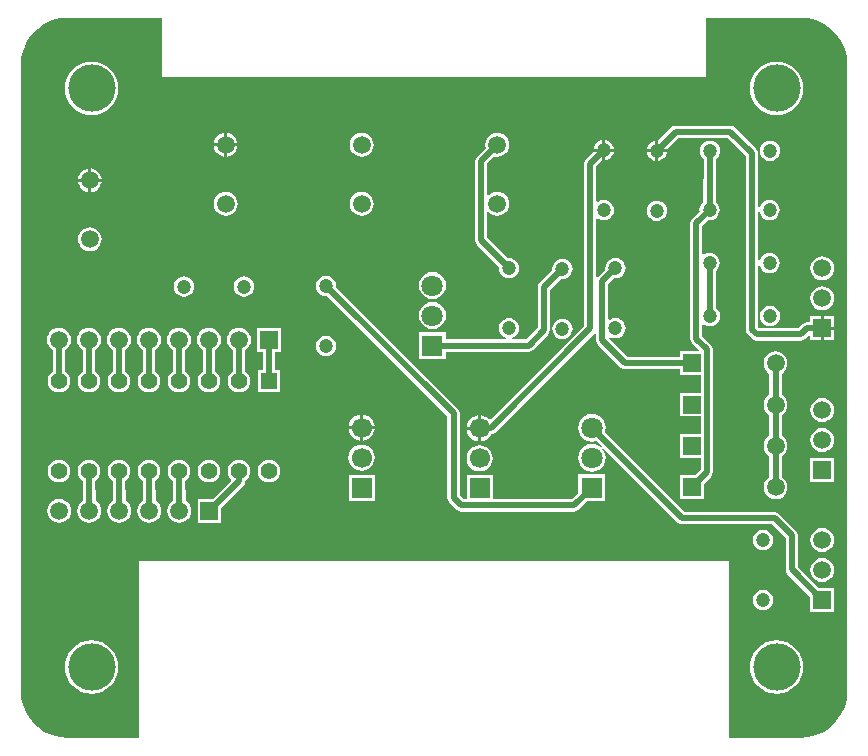
<source format=gtl>
G04*
G04 #@! TF.GenerationSoftware,Altium Limited,Altium Designer,20.2.6 (244)*
G04*
G04 Layer_Physical_Order=1*
G04 Layer_Color=255*
%FSLAX25Y25*%
%MOIN*%
G70*
G04*
G04 #@! TF.SameCoordinates,D736F6B9-9090-4B46-9E75-5C41576542F1*
G04*
G04*
G04 #@! TF.FilePolarity,Positive*
G04*
G01*
G75*
%ADD28C,0.02000*%
%ADD29R,0.07087X0.07087*%
%ADD30C,0.07087*%
%ADD31C,0.05906*%
%ADD32C,0.06693*%
%ADD33R,0.06693X0.06693*%
%ADD34C,0.04724*%
%ADD35R,0.05906X0.05906*%
%ADD36R,0.05906X0.05906*%
%ADD37R,0.05512X0.05512*%
%ADD38C,0.05512*%
%ADD39C,0.15748*%
G36*
X503282Y402418D02*
X505933Y401708D01*
X508421Y400548D01*
X510670Y398973D01*
X512611Y397032D01*
X514185Y394783D01*
X515345Y392296D01*
X516056Y389644D01*
X516295Y386909D01*
Y178248D01*
X516056Y175513D01*
X515345Y172862D01*
X514185Y170374D01*
X512611Y168125D01*
X510670Y166184D01*
X508421Y164610D01*
X505933Y163450D01*
X503282Y162739D01*
X500547Y162500D01*
X476925D01*
Y221555D01*
X280075D01*
Y162500D01*
X256453D01*
X253718Y162739D01*
X251067Y163450D01*
X248579Y164610D01*
X246330Y166184D01*
X244389Y168125D01*
X242814Y170374D01*
X241654Y172862D01*
X240944Y175513D01*
X240705Y178248D01*
Y386909D01*
X240944Y389644D01*
X241654Y392296D01*
X242814Y394783D01*
X244389Y397032D01*
X246330Y398973D01*
X248579Y400548D01*
X251067Y401708D01*
X253718Y402418D01*
X256453Y402657D01*
X287949D01*
Y382972D01*
X469051D01*
Y402657D01*
X500547D01*
X503282Y402418D01*
D02*
G37*
%LPC*%
G36*
X492673Y387952D02*
X490934Y387781D01*
X489261Y387274D01*
X487719Y386450D01*
X486368Y385341D01*
X485259Y383989D01*
X484435Y382448D01*
X483928Y380775D01*
X483756Y379035D01*
X483928Y377296D01*
X484435Y375623D01*
X485259Y374081D01*
X486368Y372730D01*
X487719Y371621D01*
X489261Y370797D01*
X490934Y370290D01*
X492673Y370118D01*
X494413Y370290D01*
X496086Y370797D01*
X497627Y371621D01*
X498978Y372730D01*
X500087Y374081D01*
X500911Y375623D01*
X501419Y377296D01*
X501590Y379035D01*
X501419Y380775D01*
X500911Y382448D01*
X500087Y383989D01*
X498978Y385341D01*
X497627Y386450D01*
X496086Y387274D01*
X494413Y387781D01*
X492673Y387952D01*
D02*
G37*
G36*
X264327D02*
X262587Y387781D01*
X260914Y387274D01*
X259373Y386450D01*
X258022Y385341D01*
X256913Y383989D01*
X256089Y382448D01*
X255581Y380775D01*
X255410Y379035D01*
X255581Y377296D01*
X256089Y375623D01*
X256913Y374081D01*
X258022Y372730D01*
X259373Y371621D01*
X260914Y370797D01*
X262587Y370290D01*
X264327Y370118D01*
X266066Y370290D01*
X267739Y370797D01*
X269281Y371621D01*
X270632Y372730D01*
X271741Y374081D01*
X272565Y375623D01*
X273072Y377296D01*
X273244Y379035D01*
X273072Y380775D01*
X272565Y382448D01*
X271741Y383989D01*
X270632Y385341D01*
X269281Y386450D01*
X267739Y387274D01*
X266066Y387781D01*
X264327Y387952D01*
D02*
G37*
G36*
X309555Y364157D02*
Y360736D01*
X312976D01*
X312906Y361268D01*
X312508Y362230D01*
X311874Y363055D01*
X311049Y363689D01*
X310087Y364087D01*
X309555Y364157D01*
D02*
G37*
G36*
X308555D02*
X308023Y364087D01*
X307062Y363689D01*
X306236Y363055D01*
X305603Y362230D01*
X305204Y361268D01*
X305134Y360736D01*
X308555D01*
Y364157D01*
D02*
G37*
G36*
X435539Y361751D02*
Y358925D01*
X438365D01*
X438315Y359303D01*
X437976Y360121D01*
X437437Y360823D01*
X436735Y361362D01*
X435917Y361701D01*
X435539Y361751D01*
D02*
G37*
G36*
X434539D02*
X434162Y361701D01*
X433344Y361362D01*
X432641Y360823D01*
X432102Y360121D01*
X431764Y359303D01*
X431714Y358925D01*
X434539D01*
Y361751D01*
D02*
G37*
G36*
X452256Y361593D02*
X451878Y361543D01*
X451060Y361205D01*
X450358Y360666D01*
X449819Y359963D01*
X449480Y359145D01*
X449431Y358768D01*
X452256D01*
Y361593D01*
D02*
G37*
G36*
X312976Y359736D02*
X309555D01*
Y356315D01*
X310087Y356385D01*
X311049Y356784D01*
X311874Y357417D01*
X312508Y358243D01*
X312906Y359204D01*
X312976Y359736D01*
D02*
G37*
G36*
X308555D02*
X305134D01*
X305204Y359204D01*
X305603Y358243D01*
X306236Y357417D01*
X307062Y356784D01*
X308023Y356385D01*
X308555Y356315D01*
Y359736D01*
D02*
G37*
G36*
X399606Y364223D02*
X398574Y364087D01*
X397613Y363689D01*
X396787Y363055D01*
X396154Y362230D01*
X395755Y361268D01*
X395620Y360236D01*
X395748Y359261D01*
X392758Y356272D01*
X392316Y355610D01*
X392161Y354830D01*
Y328399D01*
X392316Y327618D01*
X392758Y326957D01*
X400211Y319503D01*
X400152Y319055D01*
X400268Y318178D01*
X400606Y317360D01*
X401145Y316657D01*
X401848Y316118D01*
X402666Y315779D01*
X403543Y315664D01*
X404421Y315779D01*
X405239Y316118D01*
X405941Y316657D01*
X406480Y317360D01*
X406819Y318178D01*
X406935Y319055D01*
X406819Y319933D01*
X406480Y320751D01*
X405941Y321453D01*
X405239Y321992D01*
X404421Y322331D01*
X403543Y322446D01*
X403095Y322387D01*
X396239Y329243D01*
Y337669D01*
X396713Y337829D01*
X396787Y337732D01*
X397613Y337099D01*
X398574Y336700D01*
X399606Y336564D01*
X400638Y336700D01*
X401600Y337099D01*
X402425Y337732D01*
X403059Y338558D01*
X403457Y339519D01*
X403593Y340551D01*
X403457Y341583D01*
X403059Y342545D01*
X402425Y343370D01*
X401600Y344004D01*
X400638Y344402D01*
X399606Y344538D01*
X398574Y344402D01*
X397613Y344004D01*
X396787Y343370D01*
X396713Y343273D01*
X396239Y343434D01*
Y353985D01*
X398632Y356378D01*
X399606Y356249D01*
X400638Y356385D01*
X401600Y356784D01*
X402425Y357417D01*
X403059Y358243D01*
X403457Y359204D01*
X403593Y360236D01*
X403457Y361268D01*
X403059Y362230D01*
X402425Y363055D01*
X401600Y363689D01*
X400638Y364087D01*
X399606Y364223D01*
D02*
G37*
G36*
X354331D02*
X353299Y364087D01*
X352337Y363689D01*
X351512Y363055D01*
X350878Y362230D01*
X350480Y361268D01*
X350344Y360236D01*
X350480Y359204D01*
X350878Y358243D01*
X351512Y357417D01*
X352337Y356784D01*
X353299Y356385D01*
X354331Y356249D01*
X355363Y356385D01*
X356324Y356784D01*
X357150Y357417D01*
X357784Y358243D01*
X358182Y359204D01*
X358318Y360236D01*
X358182Y361268D01*
X357784Y362230D01*
X357150Y363055D01*
X356324Y363689D01*
X355363Y364087D01*
X354331Y364223D01*
D02*
G37*
G36*
X438365Y357925D02*
X435539D01*
Y355100D01*
X435917Y355150D01*
X436735Y355488D01*
X437437Y356027D01*
X437976Y356730D01*
X438315Y357547D01*
X438365Y357925D01*
D02*
G37*
G36*
X456081Y357768D02*
X453256D01*
Y354942D01*
X453634Y354992D01*
X454452Y355331D01*
X455154Y355870D01*
X455693Y356572D01*
X456032Y357390D01*
X456081Y357768D01*
D02*
G37*
G36*
X452256D02*
X449431D01*
X449480Y357390D01*
X449819Y356572D01*
X450358Y355870D01*
X451060Y355331D01*
X451878Y354992D01*
X452256Y354942D01*
Y357768D01*
D02*
G37*
G36*
X490472Y361659D02*
X489595Y361543D01*
X488777Y361205D01*
X488074Y360666D01*
X487535Y359963D01*
X487197Y359145D01*
X487081Y358268D01*
X487197Y357390D01*
X487535Y356572D01*
X488074Y355870D01*
X488777Y355331D01*
X489595Y354992D01*
X490472Y354877D01*
X491350Y354992D01*
X492168Y355331D01*
X492870Y355870D01*
X493409Y356572D01*
X493748Y357390D01*
X493864Y358268D01*
X493748Y359145D01*
X493409Y359963D01*
X492870Y360666D01*
X492168Y361205D01*
X491350Y361543D01*
X490472Y361659D01*
D02*
G37*
G36*
X264280Y352346D02*
Y348925D01*
X267701D01*
X267631Y349457D01*
X267232Y350419D01*
X266599Y351244D01*
X265773Y351878D01*
X264811Y352276D01*
X264280Y352346D01*
D02*
G37*
G36*
X263280D02*
X262748Y352276D01*
X261786Y351878D01*
X260961Y351244D01*
X260327Y350419D01*
X259929Y349457D01*
X259859Y348925D01*
X263280D01*
Y352346D01*
D02*
G37*
G36*
X267701Y347925D02*
X264280D01*
Y344504D01*
X264811Y344574D01*
X265773Y344972D01*
X266599Y345606D01*
X267232Y346432D01*
X267631Y347393D01*
X267701Y347925D01*
D02*
G37*
G36*
X263280D02*
X259859D01*
X259929Y347393D01*
X260327Y346432D01*
X260961Y345606D01*
X261786Y344972D01*
X262748Y344574D01*
X263280Y344504D01*
Y347925D01*
D02*
G37*
G36*
X354331Y344538D02*
X353299Y344402D01*
X352337Y344004D01*
X351512Y343370D01*
X350878Y342545D01*
X350480Y341583D01*
X350344Y340551D01*
X350480Y339519D01*
X350878Y338558D01*
X351512Y337732D01*
X352337Y337099D01*
X353299Y336700D01*
X354331Y336564D01*
X355363Y336700D01*
X356324Y337099D01*
X357150Y337732D01*
X357784Y338558D01*
X358182Y339519D01*
X358318Y340551D01*
X358182Y341583D01*
X357784Y342545D01*
X357150Y343370D01*
X356324Y344004D01*
X355363Y344402D01*
X354331Y344538D01*
D02*
G37*
G36*
X309055D02*
X308023Y344402D01*
X307062Y344004D01*
X306236Y343370D01*
X305603Y342545D01*
X305204Y341583D01*
X305068Y340551D01*
X305204Y339519D01*
X305603Y338558D01*
X306236Y337732D01*
X307062Y337099D01*
X308023Y336700D01*
X309055Y336564D01*
X310087Y336700D01*
X311049Y337099D01*
X311874Y337732D01*
X312508Y338558D01*
X312906Y339519D01*
X313042Y340551D01*
X312906Y341583D01*
X312508Y342545D01*
X311874Y343370D01*
X311049Y344004D01*
X310087Y344402D01*
X309055Y344538D01*
D02*
G37*
G36*
X477300Y366639D02*
X459088D01*
X458308Y366484D01*
X457646Y366042D01*
X453256Y361652D01*
Y358768D01*
X456140D01*
X459933Y362561D01*
X476455D01*
X482461Y356555D01*
Y298500D01*
X482616Y297720D01*
X483058Y297058D01*
X484558Y295558D01*
X485220Y295116D01*
X486000Y294961D01*
X500800D01*
X501580Y295116D01*
X502242Y295558D01*
X503421Y296737D01*
X503921Y296530D01*
Y295102D01*
X507374D01*
Y299055D01*
Y303008D01*
X503921D01*
Y301094D01*
X502855D01*
X502075Y300939D01*
X501413Y300497D01*
X499955Y299039D01*
X486845D01*
X486539Y299345D01*
Y319957D01*
X487039Y319990D01*
X487039Y319988D01*
X487378Y319171D01*
X487917Y318468D01*
X488619Y317929D01*
X489437Y317590D01*
X490315Y317475D01*
X491193Y317590D01*
X492011Y317929D01*
X492713Y318468D01*
X493252Y319171D01*
X493591Y319988D01*
X493706Y320866D01*
X493591Y321744D01*
X493252Y322562D01*
X492713Y323264D01*
X492011Y323803D01*
X491193Y324142D01*
X490315Y324257D01*
X489437Y324142D01*
X488619Y323803D01*
X487917Y323264D01*
X487378Y322562D01*
X487039Y321744D01*
X487039Y321743D01*
X486539Y321776D01*
Y337673D01*
X487039Y337706D01*
X487039Y337705D01*
X487378Y336887D01*
X487917Y336185D01*
X488619Y335646D01*
X489437Y335307D01*
X490315Y335191D01*
X491193Y335307D01*
X492011Y335646D01*
X492713Y336185D01*
X493252Y336887D01*
X493591Y337705D01*
X493706Y338583D01*
X493591Y339460D01*
X493252Y340278D01*
X492713Y340981D01*
X492011Y341519D01*
X491193Y341858D01*
X490315Y341974D01*
X489437Y341858D01*
X488619Y341519D01*
X487917Y340981D01*
X487378Y340278D01*
X487039Y339460D01*
X487039Y339459D01*
X486539Y339492D01*
Y357400D01*
X486384Y358180D01*
X485942Y358842D01*
X478742Y366042D01*
X478080Y366484D01*
X477300Y366639D01*
D02*
G37*
G36*
X470472Y361659D02*
X469595Y361543D01*
X468777Y361205D01*
X468074Y360666D01*
X467535Y359963D01*
X467197Y359145D01*
X467081Y358268D01*
X467197Y357390D01*
X467535Y356572D01*
X468074Y355870D01*
X468433Y355595D01*
Y349084D01*
X468431Y349080D01*
X468276Y348300D01*
Y341256D01*
X467917Y340981D01*
X467378Y340278D01*
X467039Y339460D01*
X466924Y338583D01*
X466983Y338134D01*
X464458Y335610D01*
X464016Y334948D01*
X463861Y334168D01*
Y295600D01*
X464016Y294820D01*
X464458Y294158D01*
X466800Y291816D01*
X466608Y291354D01*
X460417D01*
Y289441D01*
X443043D01*
X436878Y295606D01*
X436904Y295777D01*
X437008Y295872D01*
X437451Y296048D01*
X438099Y295779D01*
X438976Y295664D01*
X439854Y295779D01*
X440672Y296118D01*
X441374Y296657D01*
X441913Y297360D01*
X442252Y298178D01*
X442368Y299055D01*
X442252Y299933D01*
X441913Y300751D01*
X441374Y301453D01*
X440672Y301992D01*
X439854Y302331D01*
X438976Y302446D01*
X438099Y302331D01*
X437281Y301992D01*
X437088Y301844D01*
X436639Y302065D01*
Y313834D01*
X438528Y315723D01*
X438976Y315664D01*
X439854Y315779D01*
X440672Y316118D01*
X441374Y316657D01*
X441913Y317360D01*
X442252Y318178D01*
X442368Y319055D01*
X442252Y319933D01*
X441913Y320751D01*
X441374Y321453D01*
X440672Y321992D01*
X439854Y322331D01*
X438976Y322446D01*
X438099Y322331D01*
X437281Y321992D01*
X436578Y321453D01*
X436039Y320751D01*
X435701Y319933D01*
X435585Y319055D01*
X435644Y318607D01*
X433158Y316121D01*
X433139Y316092D01*
X432639Y316244D01*
Y335399D01*
X433139Y335645D01*
X433344Y335488D01*
X434162Y335150D01*
X435039Y335034D01*
X435917Y335150D01*
X436735Y335488D01*
X437437Y336027D01*
X437976Y336730D01*
X438315Y337547D01*
X438431Y338425D01*
X438315Y339303D01*
X437976Y340121D01*
X437437Y340823D01*
X436735Y341362D01*
X435917Y341701D01*
X435039Y341816D01*
X434162Y341701D01*
X433344Y341362D01*
X433139Y341205D01*
X432639Y341452D01*
Y353141D01*
X434539Y355041D01*
Y357925D01*
X431656D01*
X429158Y355428D01*
X428716Y354766D01*
X428561Y353986D01*
Y299845D01*
X397400Y268684D01*
X396901Y268717D01*
X396801Y268848D01*
X395893Y269545D01*
X394835Y269983D01*
X394201Y270066D01*
Y265748D01*
Y261430D01*
X394835Y261513D01*
X395893Y261951D01*
X396801Y262648D01*
X397497Y263556D01*
X397580Y263755D01*
X398128Y263864D01*
X398790Y264306D01*
X432042Y297558D01*
X432061Y297586D01*
X432561Y297435D01*
Y295000D01*
X432716Y294220D01*
X433158Y293558D01*
X440757Y285960D01*
X441418Y285518D01*
X442198Y285362D01*
X460417D01*
Y283449D01*
X467361D01*
Y277575D01*
X460417D01*
Y269669D01*
X467361D01*
Y263795D01*
X460417D01*
Y255890D01*
X467361D01*
Y251938D01*
X465439Y250016D01*
X460417D01*
Y242110D01*
X468323D01*
Y247132D01*
X470842Y249651D01*
X471284Y250313D01*
X471439Y251093D01*
Y292100D01*
X471284Y292880D01*
X470842Y293542D01*
X467939Y296445D01*
Y300225D01*
X468439Y300472D01*
X468777Y300213D01*
X469595Y299874D01*
X470472Y299758D01*
X471350Y299874D01*
X472168Y300213D01*
X472870Y300752D01*
X473409Y301454D01*
X473748Y302272D01*
X473864Y303150D01*
X473748Y304027D01*
X473409Y304845D01*
X472870Y305548D01*
X472512Y305823D01*
Y311900D01*
X472356Y312680D01*
X472354Y312684D01*
Y318193D01*
X472713Y318468D01*
X473252Y319171D01*
X473591Y319988D01*
X473706Y320866D01*
X473591Y321744D01*
X473252Y322562D01*
X472713Y323264D01*
X472011Y323803D01*
X471193Y324142D01*
X470315Y324257D01*
X469437Y324142D01*
X468619Y323803D01*
X468388Y323625D01*
X467939Y323846D01*
Y333323D01*
X469867Y335250D01*
X470315Y335191D01*
X471193Y335307D01*
X472011Y335646D01*
X472713Y336185D01*
X473252Y336887D01*
X473591Y337705D01*
X473706Y338583D01*
X473591Y339460D01*
X473252Y340278D01*
X472713Y340981D01*
X472354Y341256D01*
Y347674D01*
X472356Y347677D01*
X472512Y348457D01*
Y355595D01*
X472870Y355870D01*
X473409Y356572D01*
X473748Y357390D01*
X473864Y358268D01*
X473748Y359145D01*
X473409Y359963D01*
X472870Y360666D01*
X472168Y361205D01*
X471350Y361543D01*
X470472Y361659D01*
D02*
G37*
G36*
X452756Y341659D02*
X451878Y341544D01*
X451060Y341205D01*
X450358Y340666D01*
X449819Y339963D01*
X449480Y339145D01*
X449365Y338268D01*
X449480Y337390D01*
X449819Y336572D01*
X450358Y335870D01*
X451060Y335331D01*
X451878Y334992D01*
X452756Y334877D01*
X453634Y334992D01*
X454452Y335331D01*
X455154Y335870D01*
X455693Y336572D01*
X456032Y337390D01*
X456147Y338268D01*
X456032Y339145D01*
X455693Y339963D01*
X455154Y340666D01*
X454452Y341205D01*
X453634Y341544D01*
X452756Y341659D01*
D02*
G37*
G36*
X263780Y332727D02*
X262748Y332591D01*
X261786Y332193D01*
X260961Y331559D01*
X260327Y330734D01*
X259929Y329772D01*
X259793Y328740D01*
X259929Y327708D01*
X260327Y326747D01*
X260961Y325921D01*
X261786Y325288D01*
X262748Y324889D01*
X263780Y324753D01*
X264811Y324889D01*
X265773Y325288D01*
X266599Y325921D01*
X267232Y326747D01*
X267631Y327708D01*
X267766Y328740D01*
X267631Y329772D01*
X267232Y330734D01*
X266599Y331559D01*
X265773Y332193D01*
X264811Y332591D01*
X263780Y332727D01*
D02*
G37*
G36*
X421260Y322289D02*
X420382Y322173D01*
X419564Y321834D01*
X418862Y321296D01*
X418323Y320593D01*
X417984Y319775D01*
X417869Y318898D01*
X417928Y318449D01*
X413616Y314137D01*
X413173Y313476D01*
X413018Y312695D01*
Y299209D01*
X409155Y295346D01*
X404681D01*
X404582Y295846D01*
X405239Y296118D01*
X405941Y296657D01*
X406480Y297360D01*
X406819Y298178D01*
X406935Y299055D01*
X406819Y299933D01*
X406480Y300751D01*
X405941Y301453D01*
X405239Y301992D01*
X404421Y302331D01*
X403543Y302446D01*
X402666Y302331D01*
X401848Y301992D01*
X401145Y301453D01*
X400606Y300751D01*
X400268Y299933D01*
X400152Y299055D01*
X400268Y298178D01*
X400606Y297360D01*
X401145Y296657D01*
X401848Y296118D01*
X402505Y295846D01*
X402405Y295346D01*
X382496D01*
Y297850D01*
X373410D01*
Y288764D01*
X382496D01*
Y291268D01*
X410000D01*
X410780Y291423D01*
X411442Y291865D01*
X416499Y296922D01*
X416941Y297584D01*
X417097Y298364D01*
Y311851D01*
X420811Y315565D01*
X421260Y315506D01*
X422137Y315622D01*
X422955Y315961D01*
X423658Y316500D01*
X424197Y317202D01*
X424536Y318020D01*
X424651Y318898D01*
X424536Y319775D01*
X424197Y320593D01*
X423658Y321296D01*
X422955Y321834D01*
X422137Y322173D01*
X421260Y322289D01*
D02*
G37*
G36*
X507874Y323042D02*
X506842Y322906D01*
X505881Y322508D01*
X505055Y321874D01*
X504421Y321049D01*
X504023Y320087D01*
X503887Y319055D01*
X504023Y318023D01*
X504421Y317062D01*
X505055Y316236D01*
X505881Y315602D01*
X506842Y315204D01*
X507874Y315068D01*
X508906Y315204D01*
X509867Y315602D01*
X510693Y316236D01*
X511327Y317062D01*
X511725Y318023D01*
X511861Y319055D01*
X511725Y320087D01*
X511327Y321049D01*
X510693Y321874D01*
X509867Y322508D01*
X508906Y322906D01*
X507874Y323042D01*
D02*
G37*
G36*
X315118Y316383D02*
X314241Y316268D01*
X313423Y315929D01*
X312720Y315390D01*
X312181Y314688D01*
X311842Y313870D01*
X311727Y312992D01*
X311842Y312115D01*
X312181Y311297D01*
X312720Y310594D01*
X313423Y310055D01*
X314241Y309717D01*
X315118Y309601D01*
X315996Y309717D01*
X316814Y310055D01*
X317516Y310594D01*
X318055Y311297D01*
X318394Y312115D01*
X318509Y312992D01*
X318394Y313870D01*
X318055Y314688D01*
X317516Y315390D01*
X316814Y315929D01*
X315996Y316268D01*
X315118Y316383D01*
D02*
G37*
G36*
X295118D02*
X294240Y316268D01*
X293423Y315929D01*
X292720Y315390D01*
X292181Y314688D01*
X291843Y313870D01*
X291727Y312992D01*
X291843Y312115D01*
X292181Y311297D01*
X292720Y310594D01*
X293423Y310055D01*
X294240Y309717D01*
X295118Y309601D01*
X295996Y309717D01*
X296814Y310055D01*
X297516Y310594D01*
X298055Y311297D01*
X298394Y312115D01*
X298509Y312992D01*
X298394Y313870D01*
X298055Y314688D01*
X297516Y315390D01*
X296814Y315929D01*
X295996Y316268D01*
X295118Y316383D01*
D02*
G37*
G36*
X377953Y317889D02*
X376767Y317733D01*
X375661Y317276D01*
X374712Y316547D01*
X373984Y315598D01*
X373526Y314493D01*
X373370Y313307D01*
X373526Y312121D01*
X373984Y311016D01*
X374712Y310067D01*
X375661Y309338D01*
X376767Y308881D01*
X377953Y308724D01*
X379139Y308881D01*
X380244Y309338D01*
X381193Y310067D01*
X381921Y311016D01*
X382379Y312121D01*
X382535Y313307D01*
X382379Y314493D01*
X381921Y315598D01*
X381193Y316547D01*
X380244Y317276D01*
X379139Y317733D01*
X377953Y317889D01*
D02*
G37*
G36*
X507874Y313042D02*
X506842Y312906D01*
X505881Y312508D01*
X505055Y311874D01*
X504421Y311049D01*
X504023Y310087D01*
X503887Y309055D01*
X504023Y308023D01*
X504421Y307062D01*
X505055Y306236D01*
X505881Y305603D01*
X506842Y305204D01*
X507874Y305068D01*
X508906Y305204D01*
X509867Y305603D01*
X510693Y306236D01*
X511327Y307062D01*
X511725Y308023D01*
X511861Y309055D01*
X511725Y310087D01*
X511327Y311049D01*
X510693Y311874D01*
X509867Y312508D01*
X508906Y312906D01*
X507874Y313042D01*
D02*
G37*
G36*
X490472Y306541D02*
X489595Y306425D01*
X488777Y306086D01*
X488074Y305548D01*
X487535Y304845D01*
X487197Y304027D01*
X487081Y303150D01*
X487197Y302272D01*
X487535Y301454D01*
X488074Y300752D01*
X488777Y300213D01*
X489595Y299874D01*
X490472Y299758D01*
X491350Y299874D01*
X492168Y300213D01*
X492870Y300752D01*
X493409Y301454D01*
X493748Y302272D01*
X493864Y303150D01*
X493748Y304027D01*
X493409Y304845D01*
X492870Y305548D01*
X492168Y306086D01*
X491350Y306425D01*
X490472Y306541D01*
D02*
G37*
G36*
X511827Y303008D02*
X508374D01*
Y299555D01*
X511827D01*
Y303008D01*
D02*
G37*
G36*
X377953Y307890D02*
X376767Y307733D01*
X375661Y307276D01*
X374712Y306547D01*
X373984Y305598D01*
X373526Y304493D01*
X373370Y303307D01*
X373526Y302121D01*
X373984Y301016D01*
X374712Y300067D01*
X375661Y299338D01*
X376767Y298881D01*
X377953Y298725D01*
X379139Y298881D01*
X380244Y299338D01*
X381193Y300067D01*
X381921Y301016D01*
X382379Y302121D01*
X382535Y303307D01*
X382379Y304493D01*
X381921Y305598D01*
X381193Y306547D01*
X380244Y307276D01*
X379139Y307733D01*
X377953Y307890D01*
D02*
G37*
G36*
X421260Y302289D02*
X420382Y302173D01*
X419564Y301835D01*
X418862Y301296D01*
X418323Y300593D01*
X417984Y299775D01*
X417869Y298898D01*
X417984Y298020D01*
X418323Y297202D01*
X418862Y296500D01*
X419564Y295961D01*
X420382Y295622D01*
X421260Y295506D01*
X422137Y295622D01*
X422955Y295961D01*
X423658Y296500D01*
X424197Y297202D01*
X424536Y298020D01*
X424651Y298898D01*
X424536Y299775D01*
X424197Y300593D01*
X423658Y301296D01*
X422955Y301835D01*
X422137Y302173D01*
X421260Y302289D01*
D02*
G37*
G36*
X511827Y298555D02*
X508374D01*
Y295102D01*
X511827D01*
Y298555D01*
D02*
G37*
G36*
X342520Y296541D02*
X341642Y296425D01*
X340824Y296087D01*
X340122Y295548D01*
X339583Y294845D01*
X339244Y294027D01*
X339128Y293150D01*
X339244Y292272D01*
X339583Y291454D01*
X340122Y290752D01*
X340824Y290213D01*
X341642Y289874D01*
X342520Y289758D01*
X343397Y289874D01*
X344215Y290213D01*
X344917Y290752D01*
X345457Y291454D01*
X345795Y292272D01*
X345911Y293150D01*
X345795Y294027D01*
X345457Y294845D01*
X344917Y295548D01*
X344215Y296087D01*
X343397Y296425D01*
X342520Y296541D01*
D02*
G37*
G36*
X327417Y299228D02*
X319512D01*
Y291323D01*
X321425D01*
Y285252D01*
X319709D01*
Y277740D01*
X327221D01*
Y285252D01*
X325504D01*
Y291323D01*
X327417D01*
Y299228D01*
D02*
G37*
G36*
X313465Y299262D02*
X312433Y299127D01*
X311471Y298728D01*
X310646Y298095D01*
X310012Y297269D01*
X309614Y296307D01*
X309478Y295276D01*
X309614Y294244D01*
X310012Y293282D01*
X310646Y292457D01*
X311425Y291858D01*
Y284665D01*
X310786Y284175D01*
X310184Y283390D01*
X309805Y282476D01*
X309676Y281496D01*
X309805Y280516D01*
X310184Y279602D01*
X310786Y278817D01*
X311570Y278215D01*
X312484Y277837D01*
X313465Y277708D01*
X314445Y277837D01*
X315359Y278215D01*
X316143Y278817D01*
X316745Y279602D01*
X317124Y280516D01*
X317253Y281496D01*
X317124Y282476D01*
X316745Y283390D01*
X316143Y284175D01*
X315504Y284665D01*
Y291858D01*
X316284Y292457D01*
X316917Y293282D01*
X317316Y294244D01*
X317452Y295276D01*
X317316Y296307D01*
X316917Y297269D01*
X316284Y298095D01*
X315458Y298728D01*
X314496Y299127D01*
X313465Y299262D01*
D02*
G37*
G36*
X303465D02*
X302433Y299127D01*
X301471Y298728D01*
X300645Y298095D01*
X300012Y297269D01*
X299614Y296307D01*
X299478Y295276D01*
X299614Y294244D01*
X300012Y293282D01*
X300645Y292457D01*
X301425Y291858D01*
Y284665D01*
X300786Y284175D01*
X300184Y283390D01*
X299805Y282476D01*
X299676Y281496D01*
X299805Y280516D01*
X300184Y279602D01*
X300786Y278817D01*
X301570Y278215D01*
X302484Y277837D01*
X303465Y277708D01*
X304445Y277837D01*
X305359Y278215D01*
X306143Y278817D01*
X306745Y279602D01*
X307124Y280516D01*
X307253Y281496D01*
X307124Y282476D01*
X306745Y283390D01*
X306143Y284175D01*
X305504Y284665D01*
Y291858D01*
X306284Y292457D01*
X306917Y293282D01*
X307316Y294244D01*
X307452Y295276D01*
X307316Y296307D01*
X306917Y297269D01*
X306284Y298095D01*
X305458Y298728D01*
X304497Y299127D01*
X303465Y299262D01*
D02*
G37*
G36*
X293465D02*
X292433Y299127D01*
X291471Y298728D01*
X290646Y298095D01*
X290012Y297269D01*
X289614Y296307D01*
X289478Y295276D01*
X289614Y294244D01*
X290012Y293282D01*
X290646Y292457D01*
X291425Y291858D01*
Y284665D01*
X290786Y284175D01*
X290184Y283390D01*
X289805Y282476D01*
X289676Y281496D01*
X289805Y280516D01*
X290184Y279602D01*
X290786Y278817D01*
X291570Y278215D01*
X292484Y277837D01*
X293465Y277708D01*
X294445Y277837D01*
X295359Y278215D01*
X296143Y278817D01*
X296745Y279602D01*
X297124Y280516D01*
X297253Y281496D01*
X297124Y282476D01*
X296745Y283390D01*
X296143Y284175D01*
X295504Y284665D01*
Y291858D01*
X296284Y292457D01*
X296917Y293282D01*
X297316Y294244D01*
X297451Y295276D01*
X297316Y296307D01*
X296917Y297269D01*
X296284Y298095D01*
X295458Y298728D01*
X294496Y299127D01*
X293465Y299262D01*
D02*
G37*
G36*
X283465D02*
X282433Y299127D01*
X281471Y298728D01*
X280645Y298095D01*
X280012Y297269D01*
X279614Y296307D01*
X279478Y295276D01*
X279614Y294244D01*
X280012Y293282D01*
X280645Y292457D01*
X281425Y291858D01*
Y284665D01*
X280786Y284175D01*
X280184Y283390D01*
X279805Y282476D01*
X279676Y281496D01*
X279805Y280516D01*
X280184Y279602D01*
X280786Y278817D01*
X281570Y278215D01*
X282484Y277837D01*
X283465Y277708D01*
X284445Y277837D01*
X285359Y278215D01*
X286143Y278817D01*
X286745Y279602D01*
X287124Y280516D01*
X287253Y281496D01*
X287124Y282476D01*
X286745Y283390D01*
X286143Y284175D01*
X285504Y284665D01*
Y291858D01*
X286284Y292457D01*
X286917Y293282D01*
X287316Y294244D01*
X287452Y295276D01*
X287316Y296307D01*
X286917Y297269D01*
X286284Y298095D01*
X285458Y298728D01*
X284496Y299127D01*
X283465Y299262D01*
D02*
G37*
G36*
X273465D02*
X272433Y299127D01*
X271471Y298728D01*
X270645Y298095D01*
X270012Y297269D01*
X269614Y296307D01*
X269478Y295276D01*
X269614Y294244D01*
X270012Y293282D01*
X270645Y292457D01*
X271425Y291858D01*
Y284665D01*
X270786Y284175D01*
X270184Y283390D01*
X269805Y282476D01*
X269676Y281496D01*
X269805Y280516D01*
X270184Y279602D01*
X270786Y278817D01*
X271570Y278215D01*
X272484Y277837D01*
X273465Y277708D01*
X274445Y277837D01*
X275359Y278215D01*
X276143Y278817D01*
X276745Y279602D01*
X277124Y280516D01*
X277253Y281496D01*
X277124Y282476D01*
X276745Y283390D01*
X276143Y284175D01*
X275504Y284665D01*
Y291858D01*
X276284Y292457D01*
X276917Y293282D01*
X277316Y294244D01*
X277451Y295276D01*
X277316Y296307D01*
X276917Y297269D01*
X276284Y298095D01*
X275458Y298728D01*
X274497Y299127D01*
X273465Y299262D01*
D02*
G37*
G36*
X263465D02*
X262433Y299127D01*
X261471Y298728D01*
X260646Y298095D01*
X260012Y297269D01*
X259614Y296307D01*
X259478Y295276D01*
X259614Y294244D01*
X260012Y293282D01*
X260646Y292457D01*
X261425Y291858D01*
Y284665D01*
X260786Y284175D01*
X260184Y283390D01*
X259805Y282476D01*
X259676Y281496D01*
X259805Y280516D01*
X260184Y279602D01*
X260786Y278817D01*
X261570Y278215D01*
X262484Y277837D01*
X263465Y277708D01*
X264445Y277837D01*
X265359Y278215D01*
X266143Y278817D01*
X266745Y279602D01*
X267124Y280516D01*
X267253Y281496D01*
X267124Y282476D01*
X266745Y283390D01*
X266143Y284175D01*
X265504Y284665D01*
Y291858D01*
X266284Y292457D01*
X266917Y293282D01*
X267316Y294244D01*
X267452Y295276D01*
X267316Y296307D01*
X266917Y297269D01*
X266284Y298095D01*
X265458Y298728D01*
X264496Y299127D01*
X263465Y299262D01*
D02*
G37*
G36*
X253465D02*
X252433Y299127D01*
X251471Y298728D01*
X250645Y298095D01*
X250012Y297269D01*
X249614Y296307D01*
X249478Y295276D01*
X249614Y294244D01*
X250012Y293282D01*
X250645Y292457D01*
X251425Y291858D01*
Y284665D01*
X250786Y284175D01*
X250184Y283390D01*
X249805Y282476D01*
X249676Y281496D01*
X249805Y280516D01*
X250184Y279602D01*
X250786Y278817D01*
X251570Y278215D01*
X252484Y277837D01*
X253465Y277708D01*
X254445Y277837D01*
X255359Y278215D01*
X256143Y278817D01*
X256745Y279602D01*
X257124Y280516D01*
X257253Y281496D01*
X257124Y282476D01*
X256745Y283390D01*
X256143Y284175D01*
X255504Y284665D01*
Y291858D01*
X256284Y292457D01*
X256917Y293282D01*
X257316Y294244D01*
X257452Y295276D01*
X257316Y296307D01*
X256917Y297269D01*
X256284Y298095D01*
X255458Y298728D01*
X254497Y299127D01*
X253465Y299262D01*
D02*
G37*
G36*
X507874Y275798D02*
X506842Y275662D01*
X505881Y275264D01*
X505055Y274630D01*
X504421Y273804D01*
X504023Y272843D01*
X503887Y271811D01*
X504023Y270779D01*
X504421Y269818D01*
X505055Y268992D01*
X505881Y268358D01*
X506842Y267960D01*
X507874Y267824D01*
X508906Y267960D01*
X509867Y268358D01*
X510693Y268992D01*
X511327Y269818D01*
X511725Y270779D01*
X511861Y271811D01*
X511725Y272843D01*
X511327Y273804D01*
X510693Y274630D01*
X509867Y275264D01*
X508906Y275662D01*
X507874Y275798D01*
D02*
G37*
G36*
X354831Y270224D02*
Y266406D01*
X358649D01*
X358565Y267040D01*
X358127Y268098D01*
X357431Y269005D01*
X356523Y269702D01*
X355466Y270140D01*
X354831Y270224D01*
D02*
G37*
G36*
X353831D02*
X353196Y270140D01*
X352139Y269702D01*
X351231Y269005D01*
X350534Y268098D01*
X350096Y267040D01*
X350013Y266406D01*
X353831D01*
Y270224D01*
D02*
G37*
G36*
X393201Y270066D02*
X392566Y269983D01*
X391509Y269545D01*
X390601Y268848D01*
X389904Y267940D01*
X389466Y266883D01*
X389383Y266248D01*
X393201D01*
Y270066D01*
D02*
G37*
G36*
X358649Y265406D02*
X354831D01*
Y261588D01*
X355466Y261671D01*
X356523Y262109D01*
X357431Y262806D01*
X358127Y263714D01*
X358565Y264771D01*
X358649Y265406D01*
D02*
G37*
G36*
X353831D02*
X350013D01*
X350096Y264771D01*
X350534Y263714D01*
X351231Y262806D01*
X352139Y262109D01*
X353196Y261671D01*
X353831Y261588D01*
Y265406D01*
D02*
G37*
G36*
X393201Y265248D02*
X389383D01*
X389466Y264613D01*
X389904Y263556D01*
X390601Y262648D01*
X391509Y261951D01*
X392566Y261513D01*
X393201Y261430D01*
Y265248D01*
D02*
G37*
G36*
X431102Y270488D02*
X429916Y270332D01*
X428811Y269874D01*
X427862Y269146D01*
X427134Y268197D01*
X426676Y267092D01*
X426520Y265906D01*
X426676Y264720D01*
X427134Y263614D01*
X427862Y262665D01*
X428811Y261937D01*
X429916Y261479D01*
X431102Y261323D01*
X432288Y261479D01*
X432541Y261584D01*
X434365Y259759D01*
X434035Y259382D01*
X433394Y259874D01*
X432288Y260332D01*
X431102Y260488D01*
X429916Y260332D01*
X428811Y259874D01*
X427862Y259146D01*
X427134Y258197D01*
X426676Y257092D01*
X426520Y255906D01*
X426676Y254720D01*
X427134Y253614D01*
X427862Y252665D01*
X428811Y251937D01*
X429916Y251479D01*
X431102Y251323D01*
X432288Y251479D01*
X433394Y251937D01*
X434343Y252665D01*
X435071Y253614D01*
X435529Y254720D01*
X435685Y255906D01*
X435529Y257092D01*
X435071Y258197D01*
X434579Y258838D01*
X434956Y259169D01*
X459866Y234258D01*
X460528Y233816D01*
X461308Y233661D01*
X491155D01*
X495661Y229155D01*
Y218678D01*
X495816Y217898D01*
X496258Y217236D01*
X503921Y209573D01*
Y204551D01*
X511827D01*
Y212457D01*
X506805D01*
X499739Y219523D01*
Y230000D01*
X499584Y230780D01*
X499142Y231442D01*
X493442Y237142D01*
X492780Y237584D01*
X492000Y237739D01*
X462153D01*
X435424Y264468D01*
X435529Y264720D01*
X435685Y265906D01*
X435529Y267092D01*
X435071Y268197D01*
X434343Y269146D01*
X433394Y269874D01*
X432288Y270332D01*
X431102Y270488D01*
D02*
G37*
G36*
X507874Y265798D02*
X506842Y265662D01*
X505881Y265264D01*
X505055Y264630D01*
X504421Y263804D01*
X504023Y262843D01*
X503887Y261811D01*
X504023Y260779D01*
X504421Y259818D01*
X505055Y258992D01*
X505881Y258358D01*
X506842Y257960D01*
X507874Y257824D01*
X508906Y257960D01*
X509867Y258358D01*
X510693Y258992D01*
X511327Y259818D01*
X511725Y260779D01*
X511861Y261811D01*
X511725Y262843D01*
X511327Y263804D01*
X510693Y264630D01*
X509867Y265264D01*
X508906Y265662D01*
X507874Y265798D01*
D02*
G37*
G36*
X354331Y260290D02*
X353196Y260140D01*
X352139Y259702D01*
X351231Y259005D01*
X350534Y258098D01*
X350096Y257040D01*
X349947Y255906D01*
X350096Y254771D01*
X350534Y253714D01*
X351231Y252806D01*
X352139Y252109D01*
X353196Y251671D01*
X354331Y251522D01*
X355466Y251671D01*
X356523Y252109D01*
X357431Y252806D01*
X358127Y253714D01*
X358565Y254771D01*
X358715Y255906D01*
X358565Y257040D01*
X358127Y258098D01*
X357431Y259005D01*
X356523Y259702D01*
X355466Y260140D01*
X354331Y260290D01*
D02*
G37*
G36*
X393701Y260132D02*
X392566Y259983D01*
X391509Y259545D01*
X390601Y258848D01*
X389904Y257940D01*
X389466Y256883D01*
X389317Y255748D01*
X389466Y254613D01*
X389904Y253556D01*
X390601Y252648D01*
X391509Y251951D01*
X392566Y251513D01*
X393701Y251364D01*
X394835Y251513D01*
X395893Y251951D01*
X396801Y252648D01*
X397497Y253556D01*
X397935Y254613D01*
X398085Y255748D01*
X397935Y256883D01*
X397497Y257940D01*
X396801Y258848D01*
X395893Y259545D01*
X394835Y259983D01*
X393701Y260132D01*
D02*
G37*
G36*
X511827Y255764D02*
X503921D01*
Y247858D01*
X511827D01*
Y255764D01*
D02*
G37*
G36*
X323465Y255284D02*
X322484Y255155D01*
X321570Y254777D01*
X320786Y254175D01*
X320184Y253390D01*
X319805Y252477D01*
X319676Y251496D01*
X319805Y250516D01*
X320184Y249602D01*
X320786Y248817D01*
X321570Y248215D01*
X322484Y247837D01*
X323465Y247708D01*
X324445Y247837D01*
X325359Y248215D01*
X326143Y248817D01*
X326745Y249602D01*
X327124Y250516D01*
X327253Y251496D01*
X327124Y252477D01*
X326745Y253390D01*
X326143Y254175D01*
X325359Y254777D01*
X324445Y255155D01*
X323465Y255284D01*
D02*
G37*
G36*
X303465D02*
X302484Y255155D01*
X301570Y254777D01*
X300786Y254175D01*
X300184Y253390D01*
X299805Y252477D01*
X299676Y251496D01*
X299805Y250516D01*
X300184Y249602D01*
X300786Y248817D01*
X301570Y248215D01*
X302484Y247837D01*
X303465Y247708D01*
X304445Y247837D01*
X305359Y248215D01*
X306143Y248817D01*
X306745Y249602D01*
X307124Y250516D01*
X307253Y251496D01*
X307124Y252477D01*
X306745Y253390D01*
X306143Y254175D01*
X305359Y254777D01*
X304445Y255155D01*
X303465Y255284D01*
D02*
G37*
G36*
X253465D02*
X252484Y255155D01*
X251570Y254777D01*
X250786Y254175D01*
X250184Y253390D01*
X249805Y252477D01*
X249676Y251496D01*
X249805Y250516D01*
X250184Y249602D01*
X250786Y248817D01*
X251570Y248215D01*
X252484Y247837D01*
X253465Y247708D01*
X254445Y247837D01*
X255359Y248215D01*
X256143Y248817D01*
X256745Y249602D01*
X257124Y250516D01*
X257253Y251496D01*
X257124Y252477D01*
X256745Y253390D01*
X256143Y254175D01*
X255359Y254777D01*
X254445Y255155D01*
X253465Y255284D01*
D02*
G37*
G36*
X492323Y291389D02*
X491291Y291253D01*
X490329Y290854D01*
X489504Y290221D01*
X488870Y289395D01*
X488472Y288434D01*
X488336Y287402D01*
X488472Y286370D01*
X488870Y285408D01*
X489504Y284582D01*
X490284Y283984D01*
Y277040D01*
X489504Y276441D01*
X488870Y275615D01*
X488472Y274654D01*
X488336Y273622D01*
X488472Y272590D01*
X488870Y271629D01*
X489504Y270803D01*
X490284Y270204D01*
Y263260D01*
X489504Y262662D01*
X488870Y261836D01*
X488472Y260875D01*
X488336Y259843D01*
X488472Y258811D01*
X488870Y257849D01*
X489504Y257024D01*
X490284Y256425D01*
Y249481D01*
X489504Y248882D01*
X488870Y248056D01*
X488472Y247095D01*
X488336Y246063D01*
X488472Y245031D01*
X488870Y244070D01*
X489504Y243244D01*
X490329Y242610D01*
X491291Y242212D01*
X492323Y242076D01*
X493355Y242212D01*
X494316Y242610D01*
X495142Y243244D01*
X495776Y244070D01*
X496174Y245031D01*
X496310Y246063D01*
X496174Y247095D01*
X495776Y248056D01*
X495142Y248882D01*
X494362Y249481D01*
Y256425D01*
X495142Y257024D01*
X495776Y257849D01*
X496174Y258811D01*
X496310Y259843D01*
X496174Y260875D01*
X495776Y261836D01*
X495142Y262662D01*
X494362Y263260D01*
Y270204D01*
X495142Y270803D01*
X495776Y271629D01*
X496174Y272590D01*
X496310Y273622D01*
X496174Y274654D01*
X495776Y275615D01*
X495142Y276441D01*
X494362Y277040D01*
Y283984D01*
X495142Y284582D01*
X495776Y285408D01*
X496174Y286370D01*
X496310Y287402D01*
X496174Y288434D01*
X495776Y289395D01*
X495142Y290221D01*
X494316Y290854D01*
X493355Y291253D01*
X492323Y291389D01*
D02*
G37*
G36*
X358677Y250252D02*
X349984D01*
Y241559D01*
X358677D01*
Y250252D01*
D02*
G37*
G36*
X342520Y316541D02*
X341642Y316425D01*
X340824Y316087D01*
X340122Y315548D01*
X339583Y314845D01*
X339244Y314027D01*
X339128Y313150D01*
X339244Y312272D01*
X339583Y311454D01*
X340122Y310752D01*
X340824Y310213D01*
X341642Y309874D01*
X342520Y309758D01*
X342968Y309817D01*
X382961Y269825D01*
Y242500D01*
X383116Y241720D01*
X383558Y241058D01*
X386058Y238558D01*
X386720Y238116D01*
X387500Y237961D01*
X425197D01*
X425977Y238116D01*
X426639Y238558D01*
X429443Y241362D01*
X435646D01*
Y250449D01*
X426559D01*
Y244246D01*
X424352Y242039D01*
X398047D01*
Y250095D01*
X389354D01*
Y242039D01*
X388345D01*
X387039Y243345D01*
Y270669D01*
X386884Y271450D01*
X386442Y272111D01*
X345852Y312701D01*
X345911Y313150D01*
X345795Y314027D01*
X345457Y314845D01*
X344917Y315548D01*
X344215Y316087D01*
X343397Y316425D01*
X342520Y316541D01*
D02*
G37*
G36*
X313465Y255284D02*
X312484Y255155D01*
X311570Y254777D01*
X310786Y254175D01*
X310184Y253390D01*
X309805Y252477D01*
X309676Y251496D01*
X309805Y250516D01*
X310184Y249602D01*
X310786Y248817D01*
X310813Y248796D01*
X310846Y248297D01*
X304691Y242142D01*
X299669D01*
Y234236D01*
X307575D01*
Y239258D01*
X314907Y246590D01*
X315349Y247251D01*
X315504Y248032D01*
Y248326D01*
X316143Y248817D01*
X316745Y249602D01*
X317124Y250516D01*
X317253Y251496D01*
X317124Y252477D01*
X316745Y253390D01*
X316143Y254175D01*
X315359Y254777D01*
X314445Y255155D01*
X313465Y255284D01*
D02*
G37*
G36*
X293465D02*
X292484Y255155D01*
X291570Y254777D01*
X290786Y254175D01*
X290184Y253390D01*
X289805Y252477D01*
X289676Y251496D01*
X289805Y250516D01*
X290184Y249602D01*
X290786Y248817D01*
X291425Y248326D01*
Y244857D01*
X291581Y244077D01*
X291583Y244074D01*
Y241607D01*
X290803Y241008D01*
X290169Y240182D01*
X289771Y239221D01*
X289635Y238189D01*
X289771Y237157D01*
X290169Y236196D01*
X290803Y235370D01*
X291629Y234736D01*
X292590Y234338D01*
X293622Y234202D01*
X294654Y234338D01*
X295615Y234736D01*
X296441Y235370D01*
X297075Y236196D01*
X297473Y237157D01*
X297609Y238189D01*
X297473Y239221D01*
X297075Y240182D01*
X296441Y241008D01*
X295661Y241607D01*
Y244700D01*
X295506Y245480D01*
X295504Y245484D01*
Y248326D01*
X296143Y248817D01*
X296745Y249602D01*
X297124Y250516D01*
X297253Y251496D01*
X297124Y252477D01*
X296745Y253390D01*
X296143Y254175D01*
X295359Y254777D01*
X294445Y255155D01*
X293465Y255284D01*
D02*
G37*
G36*
X283465D02*
X282484Y255155D01*
X281570Y254777D01*
X280786Y254175D01*
X280184Y253390D01*
X279805Y252477D01*
X279676Y251496D01*
X279805Y250516D01*
X280184Y249602D01*
X280786Y248817D01*
X281425Y248326D01*
Y244857D01*
X281581Y244077D01*
X281583Y244074D01*
Y241607D01*
X280803Y241008D01*
X280169Y240182D01*
X279771Y239221D01*
X279635Y238189D01*
X279771Y237157D01*
X280169Y236196D01*
X280803Y235370D01*
X281629Y234736D01*
X282590Y234338D01*
X283622Y234202D01*
X284654Y234338D01*
X285615Y234736D01*
X286441Y235370D01*
X287075Y236196D01*
X287473Y237157D01*
X287609Y238189D01*
X287473Y239221D01*
X287075Y240182D01*
X286441Y241008D01*
X285661Y241607D01*
Y244700D01*
X285506Y245480D01*
X285504Y245484D01*
Y248326D01*
X286143Y248817D01*
X286745Y249602D01*
X287124Y250516D01*
X287253Y251496D01*
X287124Y252477D01*
X286745Y253390D01*
X286143Y254175D01*
X285359Y254777D01*
X284445Y255155D01*
X283465Y255284D01*
D02*
G37*
G36*
X273465D02*
X272484Y255155D01*
X271570Y254777D01*
X270786Y254175D01*
X270184Y253390D01*
X269805Y252477D01*
X269676Y251496D01*
X269805Y250516D01*
X270184Y249602D01*
X270786Y248817D01*
X271425Y248326D01*
Y244857D01*
X271581Y244077D01*
X271583Y244074D01*
Y241607D01*
X270803Y241008D01*
X270169Y240182D01*
X269771Y239221D01*
X269635Y238189D01*
X269771Y237157D01*
X270169Y236196D01*
X270803Y235370D01*
X271629Y234736D01*
X272590Y234338D01*
X273622Y234202D01*
X274654Y234338D01*
X275615Y234736D01*
X276441Y235370D01*
X277075Y236196D01*
X277473Y237157D01*
X277609Y238189D01*
X277473Y239221D01*
X277075Y240182D01*
X276441Y241008D01*
X275661Y241607D01*
Y244700D01*
X275506Y245480D01*
X275504Y245484D01*
Y248326D01*
X276143Y248817D01*
X276745Y249602D01*
X277124Y250516D01*
X277253Y251496D01*
X277124Y252477D01*
X276745Y253390D01*
X276143Y254175D01*
X275359Y254777D01*
X274445Y255155D01*
X273465Y255284D01*
D02*
G37*
G36*
X263465D02*
X262484Y255155D01*
X261570Y254777D01*
X260786Y254175D01*
X260184Y253390D01*
X259805Y252477D01*
X259676Y251496D01*
X259805Y250516D01*
X260184Y249602D01*
X260786Y248817D01*
X261425Y248326D01*
Y244857D01*
X261581Y244077D01*
X261583Y244074D01*
Y241607D01*
X260803Y241008D01*
X260169Y240182D01*
X259771Y239221D01*
X259635Y238189D01*
X259771Y237157D01*
X260169Y236196D01*
X260803Y235370D01*
X261629Y234736D01*
X262590Y234338D01*
X263622Y234202D01*
X264654Y234338D01*
X265615Y234736D01*
X266441Y235370D01*
X267075Y236196D01*
X267473Y237157D01*
X267609Y238189D01*
X267473Y239221D01*
X267075Y240182D01*
X266441Y241008D01*
X265661Y241607D01*
Y244700D01*
X265506Y245480D01*
X265504Y245484D01*
Y248326D01*
X266143Y248817D01*
X266745Y249602D01*
X267124Y250516D01*
X267253Y251496D01*
X267124Y252477D01*
X266745Y253390D01*
X266143Y254175D01*
X265359Y254777D01*
X264445Y255155D01*
X263465Y255284D01*
D02*
G37*
G36*
X253622Y242176D02*
X252590Y242040D01*
X251629Y241642D01*
X250803Y241008D01*
X250169Y240182D01*
X249771Y239221D01*
X249635Y238189D01*
X249771Y237157D01*
X250169Y236196D01*
X250803Y235370D01*
X251629Y234736D01*
X252590Y234338D01*
X253622Y234202D01*
X254654Y234338D01*
X255615Y234736D01*
X256441Y235370D01*
X257075Y236196D01*
X257473Y237157D01*
X257609Y238189D01*
X257473Y239221D01*
X257075Y240182D01*
X256441Y241008D01*
X255615Y241642D01*
X254654Y242040D01*
X253622Y242176D01*
D02*
G37*
G36*
X488189Y231895D02*
X487311Y231780D01*
X486493Y231441D01*
X485791Y230902D01*
X485252Y230200D01*
X484913Y229382D01*
X484798Y228504D01*
X484913Y227626D01*
X485252Y226808D01*
X485791Y226106D01*
X486493Y225567D01*
X487311Y225228D01*
X488189Y225113D01*
X489067Y225228D01*
X489885Y225567D01*
X490587Y226106D01*
X491126Y226808D01*
X491465Y227626D01*
X491580Y228504D01*
X491465Y229382D01*
X491126Y230200D01*
X490587Y230902D01*
X489885Y231441D01*
X489067Y231780D01*
X488189Y231895D01*
D02*
G37*
G36*
X507874Y232491D02*
X506842Y232355D01*
X505881Y231957D01*
X505055Y231323D01*
X504421Y230497D01*
X504023Y229536D01*
X503887Y228504D01*
X504023Y227472D01*
X504421Y226511D01*
X505055Y225685D01*
X505881Y225051D01*
X506842Y224653D01*
X507874Y224517D01*
X508906Y224653D01*
X509867Y225051D01*
X510693Y225685D01*
X511327Y226511D01*
X511725Y227472D01*
X511861Y228504D01*
X511725Y229536D01*
X511327Y230497D01*
X510693Y231323D01*
X509867Y231957D01*
X508906Y232355D01*
X507874Y232491D01*
D02*
G37*
G36*
Y222491D02*
X506842Y222355D01*
X505881Y221957D01*
X505055Y221323D01*
X504421Y220497D01*
X504023Y219536D01*
X503887Y218504D01*
X504023Y217472D01*
X504421Y216511D01*
X505055Y215685D01*
X505881Y215051D01*
X506842Y214653D01*
X507874Y214517D01*
X508906Y214653D01*
X509867Y215051D01*
X510693Y215685D01*
X511327Y216511D01*
X511725Y217472D01*
X511861Y218504D01*
X511725Y219536D01*
X511327Y220497D01*
X510693Y221323D01*
X509867Y221957D01*
X508906Y222355D01*
X507874Y222491D01*
D02*
G37*
G36*
X488189Y211895D02*
X487311Y211780D01*
X486493Y211441D01*
X485791Y210902D01*
X485252Y210200D01*
X484913Y209382D01*
X484798Y208504D01*
X484913Y207626D01*
X485252Y206808D01*
X485791Y206106D01*
X486493Y205567D01*
X487311Y205228D01*
X488189Y205113D01*
X489067Y205228D01*
X489885Y205567D01*
X490587Y206106D01*
X491126Y206808D01*
X491465Y207626D01*
X491580Y208504D01*
X491465Y209382D01*
X491126Y210200D01*
X490587Y210902D01*
X489885Y211441D01*
X489067Y211780D01*
X488189Y211895D01*
D02*
G37*
G36*
X492673Y195039D02*
X490934Y194868D01*
X489261Y194360D01*
X487719Y193536D01*
X486368Y192427D01*
X485259Y191076D01*
X484435Y189534D01*
X483928Y187862D01*
X483756Y186122D01*
X483928Y184382D01*
X484435Y182710D01*
X485259Y181168D01*
X486368Y179817D01*
X487719Y178708D01*
X489261Y177884D01*
X490934Y177376D01*
X492673Y177205D01*
X494413Y177376D01*
X496086Y177884D01*
X497627Y178708D01*
X498978Y179817D01*
X500087Y181168D01*
X500911Y182710D01*
X501419Y184382D01*
X501590Y186122D01*
X501419Y187862D01*
X500911Y189534D01*
X500087Y191076D01*
X498978Y192427D01*
X497627Y193536D01*
X496086Y194360D01*
X494413Y194868D01*
X492673Y195039D01*
D02*
G37*
G36*
X264327D02*
X262587Y194868D01*
X260914Y194360D01*
X259373Y193536D01*
X258022Y192427D01*
X256913Y191076D01*
X256089Y189534D01*
X255581Y187862D01*
X255410Y186122D01*
X255581Y184382D01*
X256089Y182710D01*
X256913Y181168D01*
X258022Y179817D01*
X259373Y178708D01*
X260914Y177884D01*
X262587Y177376D01*
X264327Y177205D01*
X266066Y177376D01*
X267739Y177884D01*
X269281Y178708D01*
X270632Y179817D01*
X271741Y181168D01*
X272565Y182710D01*
X273072Y184382D01*
X273244Y186122D01*
X273072Y187862D01*
X272565Y189534D01*
X271741Y191076D01*
X270632Y192427D01*
X269281Y193536D01*
X267739Y194360D01*
X266066Y194868D01*
X264327Y195039D01*
D02*
G37*
%LPD*%
D28*
X394200Y328399D02*
X403543Y319055D01*
X394200Y328399D02*
Y354830D01*
X399606Y360236D01*
X434600Y314679D02*
X438976Y319055D01*
X434600Y295000D02*
Y314679D01*
Y295000D02*
X442198Y287402D01*
X464370D01*
X342520Y313150D02*
X385000Y270669D01*
Y242500D02*
Y270669D01*
Y242500D02*
X387500Y240000D01*
X425197D01*
X431102Y245906D01*
X313465Y248032D02*
Y251496D01*
X303622Y238189D02*
X313465Y248032D01*
X377953Y293307D02*
X410000D01*
X415057Y298364D01*
Y312695D01*
X421260Y318898D01*
X431102Y265906D02*
X461308Y235700D01*
X492000D01*
X497700Y230000D01*
Y218678D02*
Y230000D01*
Y218678D02*
X507874Y208504D01*
X452756Y358268D02*
X459088Y364600D01*
X477300D01*
X484500Y357400D01*
Y298500D02*
Y357400D01*
Y298500D02*
X486000Y297000D01*
X500800D01*
X502855Y299055D01*
X507874D01*
X430600Y353986D02*
X435039Y358425D01*
X430600Y299000D02*
Y353986D01*
X397348Y265748D02*
X430600Y299000D01*
X393701Y265748D02*
X397348D01*
X465900Y334168D02*
X470315Y338583D01*
X465900Y295600D02*
Y334168D01*
Y295600D02*
X469400Y292100D01*
Y251093D02*
Y292100D01*
X464370Y246063D02*
X469400Y251093D01*
X492323Y273622D02*
Y287402D01*
Y246063D02*
Y259843D01*
Y273622D01*
X470315Y312057D02*
Y320866D01*
Y312057D02*
X470472Y311900D01*
Y303150D02*
Y311900D01*
Y348457D02*
Y358268D01*
X470315Y348300D02*
X470472Y348457D01*
X470315Y338583D02*
Y348300D01*
X323465Y281496D02*
Y295276D01*
X313465Y281496D02*
Y295276D01*
X303465Y281496D02*
Y295276D01*
X293465Y281496D02*
Y295276D01*
X283465Y281496D02*
Y295276D01*
X273465Y281496D02*
Y295276D01*
X263465Y281496D02*
Y295276D01*
X253465Y281496D02*
Y295276D01*
X293465Y244857D02*
Y251496D01*
Y244857D02*
X293622Y244700D01*
Y238189D02*
Y244700D01*
X283465Y244857D02*
Y251496D01*
Y244857D02*
X283622Y244700D01*
Y238189D02*
Y244700D01*
X273465Y244857D02*
Y251496D01*
Y244857D02*
X273622Y244700D01*
Y238189D02*
Y244700D01*
X263465Y244857D02*
Y251496D01*
Y244857D02*
X263622Y244700D01*
Y238189D02*
Y244700D01*
D29*
X377953Y293307D02*
D03*
X431102Y245906D02*
D03*
D30*
X377953Y303307D02*
D03*
Y313307D02*
D03*
X431102Y255906D02*
D03*
Y265906D02*
D03*
D31*
X354331Y360236D02*
D03*
Y340551D02*
D03*
X492323Y273622D02*
D03*
Y246063D02*
D03*
Y259843D02*
D03*
Y287402D02*
D03*
X507874Y261811D02*
D03*
Y271811D02*
D03*
Y218504D02*
D03*
Y228504D02*
D03*
X293622Y238189D02*
D03*
X283622D02*
D03*
X273622D02*
D03*
X263622D02*
D03*
X253622D02*
D03*
X399606Y360236D02*
D03*
Y340551D02*
D03*
X309055Y360236D02*
D03*
Y340551D02*
D03*
X263780Y348425D02*
D03*
Y328740D02*
D03*
X507874Y309055D02*
D03*
Y319055D02*
D03*
X313465Y295276D02*
D03*
X303465D02*
D03*
X293465D02*
D03*
X283465D02*
D03*
X273465D02*
D03*
X263465D02*
D03*
X253465D02*
D03*
D32*
X354331Y265906D02*
D03*
Y255906D02*
D03*
X393701Y265748D02*
D03*
Y255748D02*
D03*
D33*
X354331Y245906D02*
D03*
X393701Y245748D02*
D03*
D34*
X438976Y319055D02*
D03*
Y299055D02*
D03*
X488189Y208504D02*
D03*
Y228504D02*
D03*
X421260Y318898D02*
D03*
Y298898D02*
D03*
X403543Y319055D02*
D03*
Y299055D02*
D03*
X470472Y303150D02*
D03*
X490472D02*
D03*
X470315Y320866D02*
D03*
X490315D02*
D03*
X435039Y358425D02*
D03*
Y338425D02*
D03*
X470315Y338583D02*
D03*
X490315D02*
D03*
X470472Y358268D02*
D03*
X490472D02*
D03*
X342520Y313150D02*
D03*
Y293150D02*
D03*
X315118Y312992D02*
D03*
X295118D02*
D03*
X452756Y358268D02*
D03*
Y338268D02*
D03*
D35*
X464370Y273622D02*
D03*
Y246063D02*
D03*
Y259843D02*
D03*
Y287402D02*
D03*
X303622Y238189D02*
D03*
X323465Y295276D02*
D03*
D36*
X507874Y251811D02*
D03*
Y208504D02*
D03*
Y299055D02*
D03*
D37*
X323465Y281496D02*
D03*
D38*
X313465D02*
D03*
X303465D02*
D03*
X293465D02*
D03*
X283465D02*
D03*
X273465D02*
D03*
X263465D02*
D03*
X253465D02*
D03*
X263465Y251496D02*
D03*
X273465D02*
D03*
X283465D02*
D03*
X293465D02*
D03*
X303465D02*
D03*
X313465D02*
D03*
X323465D02*
D03*
X253465D02*
D03*
D39*
X264327Y186122D02*
D03*
X492673D02*
D03*
Y379035D02*
D03*
X264327D02*
D03*
M02*

</source>
